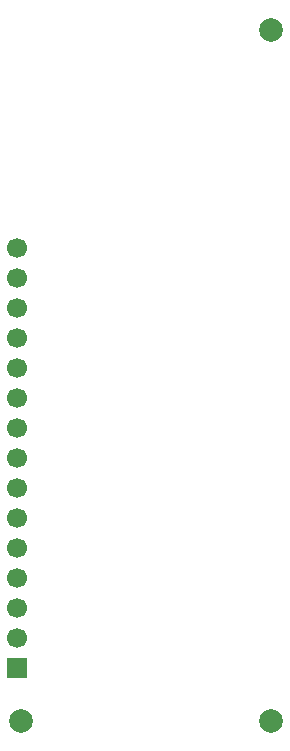
<source format=gbs>
G04 Layer_Color=16711935*
%FSLAX44Y44*%
%MOMM*%
G71*
G01*
G75*
%ADD44C,2.0000*%
%ADD61C,1.7000*%
%ADD62R,1.7000X1.7000*%
D44*
X230250Y602750D02*
D03*
Y17750D02*
D03*
X18250Y17250D02*
D03*
D61*
X15000Y240500D02*
D03*
Y418300D02*
D03*
Y164300D02*
D03*
Y367500D02*
D03*
Y113500D02*
D03*
Y342100D02*
D03*
Y88100D02*
D03*
Y316700D02*
D03*
Y138900D02*
D03*
Y392900D02*
D03*
Y189700D02*
D03*
Y215100D02*
D03*
Y265900D02*
D03*
Y291300D02*
D03*
D62*
Y62700D02*
D03*
M02*

</source>
